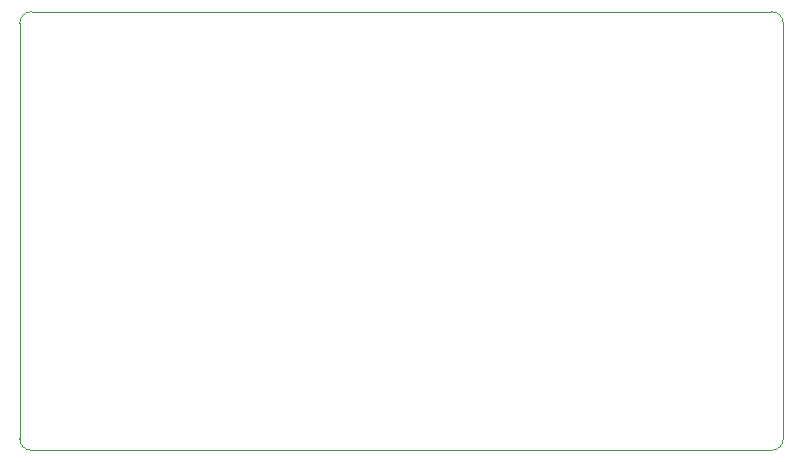
<source format=gm1>
G04 #@! TF.GenerationSoftware,KiCad,Pcbnew,8.0.1*
G04 #@! TF.CreationDate,2024-03-24T00:29:06+01:00*
G04 #@! TF.ProjectId,main,6d61696e-2e6b-4696-9361-645f70636258,rev?*
G04 #@! TF.SameCoordinates,Original*
G04 #@! TF.FileFunction,Profile,NP*
%FSLAX46Y46*%
G04 Gerber Fmt 4.6, Leading zero omitted, Abs format (unit mm)*
G04 Created by KiCad (PCBNEW 8.0.1) date 2024-03-24 00:29:06*
%MOMM*%
%LPD*%
G01*
G04 APERTURE LIST*
G04 #@! TA.AperFunction,Profile*
%ADD10C,0.100000*%
G04 #@! TD*
G04 APERTURE END LIST*
D10*
X180825000Y-21000000D02*
X180825000Y-56150000D01*
X117175000Y-20000000D02*
X179825000Y-20000000D01*
X179825000Y-20000000D02*
G75*
G02*
X180825000Y-21000000I0J-1000000D01*
G01*
X180825000Y-56150000D02*
G75*
G02*
X179825000Y-57150000I-1000000J0D01*
G01*
X117175000Y-57150000D02*
G75*
G02*
X116175000Y-56150000I0J1000000D01*
G01*
X116175000Y-21000000D02*
G75*
G02*
X117175000Y-20000000I1000000J0D01*
G01*
X116175000Y-56150000D02*
X116175000Y-21000000D01*
X179825000Y-57150000D02*
X117175000Y-57150000D01*
M02*

</source>
